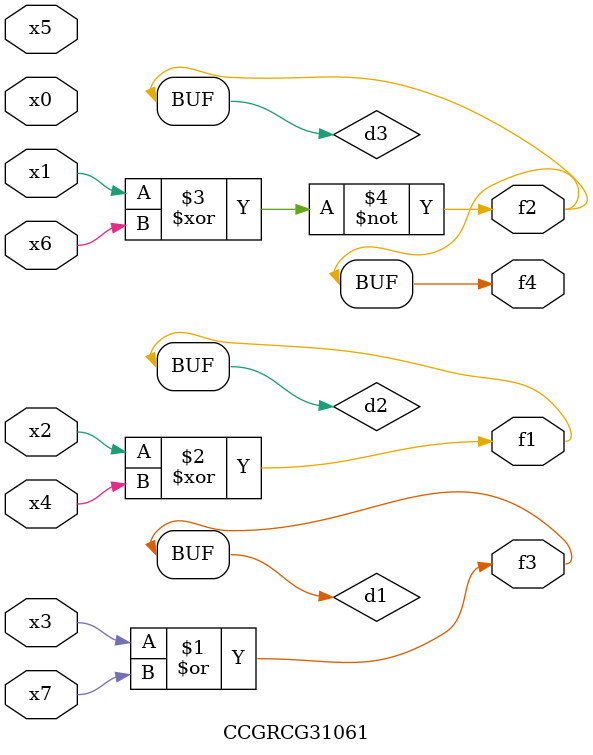
<source format=v>
module CCGRCG31061(
	input x0, x1, x2, x3, x4, x5, x6, x7,
	output f1, f2, f3, f4
);

	wire d1, d2, d3;

	or (d1, x3, x7);
	xor (d2, x2, x4);
	xnor (d3, x1, x6);
	assign f1 = d2;
	assign f2 = d3;
	assign f3 = d1;
	assign f4 = d3;
endmodule

</source>
